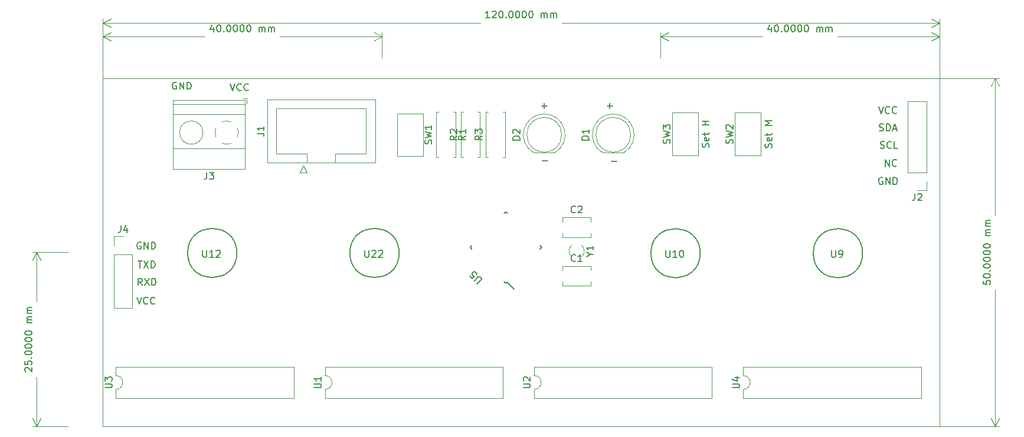
<source format=gbr>
G04 #@! TF.GenerationSoftware,KiCad,Pcbnew,6.0.0-d3dd2cf0fa~116~ubuntu20.04.1*
G04 #@! TF.CreationDate,2022-01-06T20:49:06+01:00*
G04 #@! TF.ProjectId,numitron clock,6e756d69-7472-46f6-9e20-636c6f636b2e,rev?*
G04 #@! TF.SameCoordinates,Original*
G04 #@! TF.FileFunction,Legend,Top*
G04 #@! TF.FilePolarity,Positive*
%FSLAX46Y46*%
G04 Gerber Fmt 4.6, Leading zero omitted, Abs format (unit mm)*
G04 Created by KiCad (PCBNEW 6.0.0-d3dd2cf0fa~116~ubuntu20.04.1) date 2022-01-06 20:49:06*
%MOMM*%
%LPD*%
G01*
G04 APERTURE LIST*
%ADD10C,0.150000*%
%ADD11C,0.120000*%
G04 APERTURE END LIST*
D10*
X212214285Y-92652380D02*
X212214285Y-91652380D01*
X212785714Y-92652380D01*
X212785714Y-91652380D01*
X213833333Y-92557142D02*
X213785714Y-92604761D01*
X213642857Y-92652380D01*
X213547619Y-92652380D01*
X213404761Y-92604761D01*
X213309523Y-92509523D01*
X213261904Y-92414285D01*
X213214285Y-92223809D01*
X213214285Y-92080952D01*
X213261904Y-91890476D01*
X213309523Y-91795238D01*
X213404761Y-91700000D01*
X213547619Y-91652380D01*
X213642857Y-91652380D01*
X213785714Y-91700000D01*
X213833333Y-91747619D01*
X211509523Y-90004761D02*
X211652380Y-90052380D01*
X211890476Y-90052380D01*
X211985714Y-90004761D01*
X212033333Y-89957142D01*
X212080952Y-89861904D01*
X212080952Y-89766666D01*
X212033333Y-89671428D01*
X211985714Y-89623809D01*
X211890476Y-89576190D01*
X211700000Y-89528571D01*
X211604761Y-89480952D01*
X211557142Y-89433333D01*
X211509523Y-89338095D01*
X211509523Y-89242857D01*
X211557142Y-89147619D01*
X211604761Y-89100000D01*
X211700000Y-89052380D01*
X211938095Y-89052380D01*
X212080952Y-89100000D01*
X213080952Y-89957142D02*
X213033333Y-90004761D01*
X212890476Y-90052380D01*
X212795238Y-90052380D01*
X212652380Y-90004761D01*
X212557142Y-89909523D01*
X212509523Y-89814285D01*
X212461904Y-89623809D01*
X212461904Y-89480952D01*
X212509523Y-89290476D01*
X212557142Y-89195238D01*
X212652380Y-89100000D01*
X212795238Y-89052380D01*
X212890476Y-89052380D01*
X213033333Y-89100000D01*
X213080952Y-89147619D01*
X213985714Y-90052380D02*
X213509523Y-90052380D01*
X213509523Y-89052380D01*
X211385714Y-87504761D02*
X211528571Y-87552380D01*
X211766666Y-87552380D01*
X211861904Y-87504761D01*
X211909523Y-87457142D01*
X211957142Y-87361904D01*
X211957142Y-87266666D01*
X211909523Y-87171428D01*
X211861904Y-87123809D01*
X211766666Y-87076190D01*
X211576190Y-87028571D01*
X211480952Y-86980952D01*
X211433333Y-86933333D01*
X211385714Y-86838095D01*
X211385714Y-86742857D01*
X211433333Y-86647619D01*
X211480952Y-86600000D01*
X211576190Y-86552380D01*
X211814285Y-86552380D01*
X211957142Y-86600000D01*
X212385714Y-87552380D02*
X212385714Y-86552380D01*
X212623809Y-86552380D01*
X212766666Y-86600000D01*
X212861904Y-86695238D01*
X212909523Y-86790476D01*
X212957142Y-86980952D01*
X212957142Y-87123809D01*
X212909523Y-87314285D01*
X212861904Y-87409523D01*
X212766666Y-87504761D01*
X212623809Y-87552380D01*
X212385714Y-87552380D01*
X213338095Y-87266666D02*
X213814285Y-87266666D01*
X213242857Y-87552380D02*
X213576190Y-86552380D01*
X213909523Y-87552380D01*
X211838095Y-94300000D02*
X211742857Y-94252380D01*
X211600000Y-94252380D01*
X211457142Y-94300000D01*
X211361904Y-94395238D01*
X211314285Y-94490476D01*
X211266666Y-94680952D01*
X211266666Y-94823809D01*
X211314285Y-95014285D01*
X211361904Y-95109523D01*
X211457142Y-95204761D01*
X211600000Y-95252380D01*
X211695238Y-95252380D01*
X211838095Y-95204761D01*
X211885714Y-95157142D01*
X211885714Y-94823809D01*
X211695238Y-94823809D01*
X212314285Y-95252380D02*
X212314285Y-94252380D01*
X212885714Y-95252380D01*
X212885714Y-94252380D01*
X213361904Y-95252380D02*
X213361904Y-94252380D01*
X213600000Y-94252380D01*
X213742857Y-94300000D01*
X213838095Y-94395238D01*
X213885714Y-94490476D01*
X213933333Y-94680952D01*
X213933333Y-94823809D01*
X213885714Y-95014285D01*
X213838095Y-95109523D01*
X213742857Y-95204761D01*
X213600000Y-95252380D01*
X213361904Y-95252380D01*
X211266666Y-84052380D02*
X211600000Y-85052380D01*
X211933333Y-84052380D01*
X212838095Y-84957142D02*
X212790476Y-85004761D01*
X212647619Y-85052380D01*
X212552380Y-85052380D01*
X212409523Y-85004761D01*
X212314285Y-84909523D01*
X212266666Y-84814285D01*
X212219047Y-84623809D01*
X212219047Y-84480952D01*
X212266666Y-84290476D01*
X212314285Y-84195238D01*
X212409523Y-84100000D01*
X212552380Y-84052380D01*
X212647619Y-84052380D01*
X212790476Y-84100000D01*
X212838095Y-84147619D01*
X213838095Y-84957142D02*
X213790476Y-85004761D01*
X213647619Y-85052380D01*
X213552380Y-85052380D01*
X213409523Y-85004761D01*
X213314285Y-84909523D01*
X213266666Y-84814285D01*
X213219047Y-84623809D01*
X213219047Y-84480952D01*
X213266666Y-84290476D01*
X213314285Y-84195238D01*
X213409523Y-84100000D01*
X213552380Y-84052380D01*
X213647619Y-84052380D01*
X213790476Y-84100000D01*
X213838095Y-84147619D01*
X172919047Y-91971428D02*
X173680952Y-91971428D01*
X163019047Y-91871428D02*
X163780952Y-91871428D01*
X172319047Y-83971428D02*
X173080952Y-83971428D01*
X172700000Y-84352380D02*
X172700000Y-83590476D01*
X162919047Y-83971428D02*
X163680952Y-83971428D01*
X163300000Y-84352380D02*
X163300000Y-83590476D01*
X110538095Y-80600000D02*
X110442857Y-80552380D01*
X110300000Y-80552380D01*
X110157142Y-80600000D01*
X110061904Y-80695238D01*
X110014285Y-80790476D01*
X109966666Y-80980952D01*
X109966666Y-81123809D01*
X110014285Y-81314285D01*
X110061904Y-81409523D01*
X110157142Y-81504761D01*
X110300000Y-81552380D01*
X110395238Y-81552380D01*
X110538095Y-81504761D01*
X110585714Y-81457142D01*
X110585714Y-81123809D01*
X110395238Y-81123809D01*
X111014285Y-81552380D02*
X111014285Y-80552380D01*
X111585714Y-81552380D01*
X111585714Y-80552380D01*
X112061904Y-81552380D02*
X112061904Y-80552380D01*
X112300000Y-80552380D01*
X112442857Y-80600000D01*
X112538095Y-80695238D01*
X112585714Y-80790476D01*
X112633333Y-80980952D01*
X112633333Y-81123809D01*
X112585714Y-81314285D01*
X112538095Y-81409523D01*
X112442857Y-81504761D01*
X112300000Y-81552380D01*
X112061904Y-81552380D01*
X118266666Y-80752380D02*
X118600000Y-81752380D01*
X118933333Y-80752380D01*
X119838095Y-81657142D02*
X119790476Y-81704761D01*
X119647619Y-81752380D01*
X119552380Y-81752380D01*
X119409523Y-81704761D01*
X119314285Y-81609523D01*
X119266666Y-81514285D01*
X119219047Y-81323809D01*
X119219047Y-81180952D01*
X119266666Y-80990476D01*
X119314285Y-80895238D01*
X119409523Y-80800000D01*
X119552380Y-80752380D01*
X119647619Y-80752380D01*
X119790476Y-80800000D01*
X119838095Y-80847619D01*
X120838095Y-81657142D02*
X120790476Y-81704761D01*
X120647619Y-81752380D01*
X120552380Y-81752380D01*
X120409523Y-81704761D01*
X120314285Y-81609523D01*
X120266666Y-81514285D01*
X120219047Y-81323809D01*
X120219047Y-81180952D01*
X120266666Y-80990476D01*
X120314285Y-80895238D01*
X120409523Y-80800000D01*
X120552380Y-80752380D01*
X120647619Y-80752380D01*
X120790476Y-80800000D01*
X120838095Y-80847619D01*
X105038095Y-106252380D02*
X105609523Y-106252380D01*
X105323809Y-107252380D02*
X105323809Y-106252380D01*
X105847619Y-106252380D02*
X106514285Y-107252380D01*
X106514285Y-106252380D02*
X105847619Y-107252380D01*
X106895238Y-107252380D02*
X106895238Y-106252380D01*
X107133333Y-106252380D01*
X107276190Y-106300000D01*
X107371428Y-106395238D01*
X107419047Y-106490476D01*
X107466666Y-106680952D01*
X107466666Y-106823809D01*
X107419047Y-107014285D01*
X107371428Y-107109523D01*
X107276190Y-107204761D01*
X107133333Y-107252380D01*
X106895238Y-107252380D01*
X105633333Y-109752380D02*
X105300000Y-109276190D01*
X105061904Y-109752380D02*
X105061904Y-108752380D01*
X105442857Y-108752380D01*
X105538095Y-108800000D01*
X105585714Y-108847619D01*
X105633333Y-108942857D01*
X105633333Y-109085714D01*
X105585714Y-109180952D01*
X105538095Y-109228571D01*
X105442857Y-109276190D01*
X105061904Y-109276190D01*
X105966666Y-108752380D02*
X106633333Y-109752380D01*
X106633333Y-108752380D02*
X105966666Y-109752380D01*
X107014285Y-109752380D02*
X107014285Y-108752380D01*
X107252380Y-108752380D01*
X107395238Y-108800000D01*
X107490476Y-108895238D01*
X107538095Y-108990476D01*
X107585714Y-109180952D01*
X107585714Y-109323809D01*
X107538095Y-109514285D01*
X107490476Y-109609523D01*
X107395238Y-109704761D01*
X107252380Y-109752380D01*
X107014285Y-109752380D01*
X105438095Y-103600000D02*
X105342857Y-103552380D01*
X105200000Y-103552380D01*
X105057142Y-103600000D01*
X104961904Y-103695238D01*
X104914285Y-103790476D01*
X104866666Y-103980952D01*
X104866666Y-104123809D01*
X104914285Y-104314285D01*
X104961904Y-104409523D01*
X105057142Y-104504761D01*
X105200000Y-104552380D01*
X105295238Y-104552380D01*
X105438095Y-104504761D01*
X105485714Y-104457142D01*
X105485714Y-104123809D01*
X105295238Y-104123809D01*
X105914285Y-104552380D02*
X105914285Y-103552380D01*
X106485714Y-104552380D01*
X106485714Y-103552380D01*
X106961904Y-104552380D02*
X106961904Y-103552380D01*
X107200000Y-103552380D01*
X107342857Y-103600000D01*
X107438095Y-103695238D01*
X107485714Y-103790476D01*
X107533333Y-103980952D01*
X107533333Y-104123809D01*
X107485714Y-104314285D01*
X107438095Y-104409523D01*
X107342857Y-104504761D01*
X107200000Y-104552380D01*
X106961904Y-104552380D01*
X104866666Y-111452380D02*
X105200000Y-112452380D01*
X105533333Y-111452380D01*
X106438095Y-112357142D02*
X106390476Y-112404761D01*
X106247619Y-112452380D01*
X106152380Y-112452380D01*
X106009523Y-112404761D01*
X105914285Y-112309523D01*
X105866666Y-112214285D01*
X105819047Y-112023809D01*
X105819047Y-111880952D01*
X105866666Y-111690476D01*
X105914285Y-111595238D01*
X106009523Y-111500000D01*
X106152380Y-111452380D01*
X106247619Y-111452380D01*
X106390476Y-111500000D01*
X106438095Y-111547619D01*
X107438095Y-112357142D02*
X107390476Y-112404761D01*
X107247619Y-112452380D01*
X107152380Y-112452380D01*
X107009523Y-112404761D01*
X106914285Y-112309523D01*
X106866666Y-112214285D01*
X106819047Y-112023809D01*
X106819047Y-111880952D01*
X106866666Y-111690476D01*
X106914285Y-111595238D01*
X107009523Y-111500000D01*
X107152380Y-111452380D01*
X107247619Y-111452380D01*
X107390476Y-111500000D01*
X107438095Y-111547619D01*
D11*
X100000000Y-130000000D02*
X100000000Y-80000000D01*
X100000000Y-80000000D02*
X220000000Y-80000000D01*
X220000000Y-80000000D02*
X220000000Y-130000000D01*
X220000000Y-130000000D02*
X100000000Y-130000000D01*
D10*
X115857142Y-72635714D02*
X115857142Y-73302380D01*
X115619047Y-72254761D02*
X115380952Y-72969047D01*
X116000000Y-72969047D01*
X116571428Y-72302380D02*
X116666666Y-72302380D01*
X116761904Y-72350000D01*
X116809523Y-72397619D01*
X116857142Y-72492857D01*
X116904761Y-72683333D01*
X116904761Y-72921428D01*
X116857142Y-73111904D01*
X116809523Y-73207142D01*
X116761904Y-73254761D01*
X116666666Y-73302380D01*
X116571428Y-73302380D01*
X116476190Y-73254761D01*
X116428571Y-73207142D01*
X116380952Y-73111904D01*
X116333333Y-72921428D01*
X116333333Y-72683333D01*
X116380952Y-72492857D01*
X116428571Y-72397619D01*
X116476190Y-72350000D01*
X116571428Y-72302380D01*
X117333333Y-73207142D02*
X117380952Y-73254761D01*
X117333333Y-73302380D01*
X117285714Y-73254761D01*
X117333333Y-73207142D01*
X117333333Y-73302380D01*
X118000000Y-72302380D02*
X118095238Y-72302380D01*
X118190476Y-72350000D01*
X118238095Y-72397619D01*
X118285714Y-72492857D01*
X118333333Y-72683333D01*
X118333333Y-72921428D01*
X118285714Y-73111904D01*
X118238095Y-73207142D01*
X118190476Y-73254761D01*
X118095238Y-73302380D01*
X118000000Y-73302380D01*
X117904761Y-73254761D01*
X117857142Y-73207142D01*
X117809523Y-73111904D01*
X117761904Y-72921428D01*
X117761904Y-72683333D01*
X117809523Y-72492857D01*
X117857142Y-72397619D01*
X117904761Y-72350000D01*
X118000000Y-72302380D01*
X118952380Y-72302380D02*
X119047619Y-72302380D01*
X119142857Y-72350000D01*
X119190476Y-72397619D01*
X119238095Y-72492857D01*
X119285714Y-72683333D01*
X119285714Y-72921428D01*
X119238095Y-73111904D01*
X119190476Y-73207142D01*
X119142857Y-73254761D01*
X119047619Y-73302380D01*
X118952380Y-73302380D01*
X118857142Y-73254761D01*
X118809523Y-73207142D01*
X118761904Y-73111904D01*
X118714285Y-72921428D01*
X118714285Y-72683333D01*
X118761904Y-72492857D01*
X118809523Y-72397619D01*
X118857142Y-72350000D01*
X118952380Y-72302380D01*
X119904761Y-72302380D02*
X120000000Y-72302380D01*
X120095238Y-72350000D01*
X120142857Y-72397619D01*
X120190476Y-72492857D01*
X120238095Y-72683333D01*
X120238095Y-72921428D01*
X120190476Y-73111904D01*
X120142857Y-73207142D01*
X120095238Y-73254761D01*
X120000000Y-73302380D01*
X119904761Y-73302380D01*
X119809523Y-73254761D01*
X119761904Y-73207142D01*
X119714285Y-73111904D01*
X119666666Y-72921428D01*
X119666666Y-72683333D01*
X119714285Y-72492857D01*
X119761904Y-72397619D01*
X119809523Y-72350000D01*
X119904761Y-72302380D01*
X120857142Y-72302380D02*
X120952380Y-72302380D01*
X121047619Y-72350000D01*
X121095238Y-72397619D01*
X121142857Y-72492857D01*
X121190476Y-72683333D01*
X121190476Y-72921428D01*
X121142857Y-73111904D01*
X121095238Y-73207142D01*
X121047619Y-73254761D01*
X120952380Y-73302380D01*
X120857142Y-73302380D01*
X120761904Y-73254761D01*
X120714285Y-73207142D01*
X120666666Y-73111904D01*
X120619047Y-72921428D01*
X120619047Y-72683333D01*
X120666666Y-72492857D01*
X120714285Y-72397619D01*
X120761904Y-72350000D01*
X120857142Y-72302380D01*
X122380952Y-73302380D02*
X122380952Y-72635714D01*
X122380952Y-72730952D02*
X122428571Y-72683333D01*
X122523809Y-72635714D01*
X122666666Y-72635714D01*
X122761904Y-72683333D01*
X122809523Y-72778571D01*
X122809523Y-73302380D01*
X122809523Y-72778571D02*
X122857142Y-72683333D01*
X122952380Y-72635714D01*
X123095238Y-72635714D01*
X123190476Y-72683333D01*
X123238095Y-72778571D01*
X123238095Y-73302380D01*
X123714285Y-73302380D02*
X123714285Y-72635714D01*
X123714285Y-72730952D02*
X123761904Y-72683333D01*
X123857142Y-72635714D01*
X124000000Y-72635714D01*
X124095238Y-72683333D01*
X124142857Y-72778571D01*
X124142857Y-73302380D01*
X124142857Y-72778571D02*
X124190476Y-72683333D01*
X124285714Y-72635714D01*
X124428571Y-72635714D01*
X124523809Y-72683333D01*
X124571428Y-72778571D01*
X124571428Y-73302380D01*
D11*
X140000000Y-77000000D02*
X140000000Y-73413580D01*
X100000000Y-77000000D02*
X100000000Y-73413580D01*
X140000000Y-74000000D02*
X125384524Y-74000000D01*
X114615476Y-74000000D02*
X100000000Y-74000000D01*
X140000000Y-74000000D02*
X138873496Y-73413579D01*
X140000000Y-74000000D02*
X138873496Y-74586421D01*
X100000000Y-74000000D02*
X101126504Y-74586421D01*
X100000000Y-74000000D02*
X101126504Y-73413579D01*
D10*
X195857142Y-72635714D02*
X195857142Y-73302380D01*
X195619047Y-72254761D02*
X195380952Y-72969047D01*
X196000000Y-72969047D01*
X196571428Y-72302380D02*
X196666666Y-72302380D01*
X196761904Y-72350000D01*
X196809523Y-72397619D01*
X196857142Y-72492857D01*
X196904761Y-72683333D01*
X196904761Y-72921428D01*
X196857142Y-73111904D01*
X196809523Y-73207142D01*
X196761904Y-73254761D01*
X196666666Y-73302380D01*
X196571428Y-73302380D01*
X196476190Y-73254761D01*
X196428571Y-73207142D01*
X196380952Y-73111904D01*
X196333333Y-72921428D01*
X196333333Y-72683333D01*
X196380952Y-72492857D01*
X196428571Y-72397619D01*
X196476190Y-72350000D01*
X196571428Y-72302380D01*
X197333333Y-73207142D02*
X197380952Y-73254761D01*
X197333333Y-73302380D01*
X197285714Y-73254761D01*
X197333333Y-73207142D01*
X197333333Y-73302380D01*
X198000000Y-72302380D02*
X198095238Y-72302380D01*
X198190476Y-72350000D01*
X198238095Y-72397619D01*
X198285714Y-72492857D01*
X198333333Y-72683333D01*
X198333333Y-72921428D01*
X198285714Y-73111904D01*
X198238095Y-73207142D01*
X198190476Y-73254761D01*
X198095238Y-73302380D01*
X198000000Y-73302380D01*
X197904761Y-73254761D01*
X197857142Y-73207142D01*
X197809523Y-73111904D01*
X197761904Y-72921428D01*
X197761904Y-72683333D01*
X197809523Y-72492857D01*
X197857142Y-72397619D01*
X197904761Y-72350000D01*
X198000000Y-72302380D01*
X198952380Y-72302380D02*
X199047619Y-72302380D01*
X199142857Y-72350000D01*
X199190476Y-72397619D01*
X199238095Y-72492857D01*
X199285714Y-72683333D01*
X199285714Y-72921428D01*
X199238095Y-73111904D01*
X199190476Y-73207142D01*
X199142857Y-73254761D01*
X199047619Y-73302380D01*
X198952380Y-73302380D01*
X198857142Y-73254761D01*
X198809523Y-73207142D01*
X198761904Y-73111904D01*
X198714285Y-72921428D01*
X198714285Y-72683333D01*
X198761904Y-72492857D01*
X198809523Y-72397619D01*
X198857142Y-72350000D01*
X198952380Y-72302380D01*
X199904761Y-72302380D02*
X200000000Y-72302380D01*
X200095238Y-72350000D01*
X200142857Y-72397619D01*
X200190476Y-72492857D01*
X200238095Y-72683333D01*
X200238095Y-72921428D01*
X200190476Y-73111904D01*
X200142857Y-73207142D01*
X200095238Y-73254761D01*
X200000000Y-73302380D01*
X199904761Y-73302380D01*
X199809523Y-73254761D01*
X199761904Y-73207142D01*
X199714285Y-73111904D01*
X199666666Y-72921428D01*
X199666666Y-72683333D01*
X199714285Y-72492857D01*
X199761904Y-72397619D01*
X199809523Y-72350000D01*
X199904761Y-72302380D01*
X200857142Y-72302380D02*
X200952380Y-72302380D01*
X201047619Y-72350000D01*
X201095238Y-72397619D01*
X201142857Y-72492857D01*
X201190476Y-72683333D01*
X201190476Y-72921428D01*
X201142857Y-73111904D01*
X201095238Y-73207142D01*
X201047619Y-73254761D01*
X200952380Y-73302380D01*
X200857142Y-73302380D01*
X200761904Y-73254761D01*
X200714285Y-73207142D01*
X200666666Y-73111904D01*
X200619047Y-72921428D01*
X200619047Y-72683333D01*
X200666666Y-72492857D01*
X200714285Y-72397619D01*
X200761904Y-72350000D01*
X200857142Y-72302380D01*
X202380952Y-73302380D02*
X202380952Y-72635714D01*
X202380952Y-72730952D02*
X202428571Y-72683333D01*
X202523809Y-72635714D01*
X202666666Y-72635714D01*
X202761904Y-72683333D01*
X202809523Y-72778571D01*
X202809523Y-73302380D01*
X202809523Y-72778571D02*
X202857142Y-72683333D01*
X202952380Y-72635714D01*
X203095238Y-72635714D01*
X203190476Y-72683333D01*
X203238095Y-72778571D01*
X203238095Y-73302380D01*
X203714285Y-73302380D02*
X203714285Y-72635714D01*
X203714285Y-72730952D02*
X203761904Y-72683333D01*
X203857142Y-72635714D01*
X204000000Y-72635714D01*
X204095238Y-72683333D01*
X204142857Y-72778571D01*
X204142857Y-73302380D01*
X204142857Y-72778571D02*
X204190476Y-72683333D01*
X204285714Y-72635714D01*
X204428571Y-72635714D01*
X204523809Y-72683333D01*
X204571428Y-72778571D01*
X204571428Y-73302380D01*
D11*
X180000000Y-77000000D02*
X180000000Y-73413580D01*
X220000000Y-77000000D02*
X220000000Y-73413580D01*
X180000000Y-74000000D02*
X194615476Y-74000000D01*
X205384524Y-74000000D02*
X220000000Y-74000000D01*
X180000000Y-74000000D02*
X181126504Y-74586421D01*
X180000000Y-74000000D02*
X181126504Y-73413579D01*
X220000000Y-74000000D02*
X218873496Y-73413579D01*
X220000000Y-74000000D02*
X218873496Y-74586421D01*
D10*
X88897619Y-122119047D02*
X88850000Y-122071428D01*
X88802380Y-121976190D01*
X88802380Y-121738095D01*
X88850000Y-121642857D01*
X88897619Y-121595238D01*
X88992857Y-121547619D01*
X89088095Y-121547619D01*
X89230952Y-121595238D01*
X89802380Y-122166666D01*
X89802380Y-121547619D01*
X88802380Y-120642857D02*
X88802380Y-121119047D01*
X89278571Y-121166666D01*
X89230952Y-121119047D01*
X89183333Y-121023809D01*
X89183333Y-120785714D01*
X89230952Y-120690476D01*
X89278571Y-120642857D01*
X89373809Y-120595238D01*
X89611904Y-120595238D01*
X89707142Y-120642857D01*
X89754761Y-120690476D01*
X89802380Y-120785714D01*
X89802380Y-121023809D01*
X89754761Y-121119047D01*
X89707142Y-121166666D01*
X89707142Y-120166666D02*
X89754761Y-120119047D01*
X89802380Y-120166666D01*
X89754761Y-120214285D01*
X89707142Y-120166666D01*
X89802380Y-120166666D01*
X88802380Y-119500000D02*
X88802380Y-119404761D01*
X88850000Y-119309523D01*
X88897619Y-119261904D01*
X88992857Y-119214285D01*
X89183333Y-119166666D01*
X89421428Y-119166666D01*
X89611904Y-119214285D01*
X89707142Y-119261904D01*
X89754761Y-119309523D01*
X89802380Y-119404761D01*
X89802380Y-119500000D01*
X89754761Y-119595238D01*
X89707142Y-119642857D01*
X89611904Y-119690476D01*
X89421428Y-119738095D01*
X89183333Y-119738095D01*
X88992857Y-119690476D01*
X88897619Y-119642857D01*
X88850000Y-119595238D01*
X88802380Y-119500000D01*
X88802380Y-118547619D02*
X88802380Y-118452380D01*
X88850000Y-118357142D01*
X88897619Y-118309523D01*
X88992857Y-118261904D01*
X89183333Y-118214285D01*
X89421428Y-118214285D01*
X89611904Y-118261904D01*
X89707142Y-118309523D01*
X89754761Y-118357142D01*
X89802380Y-118452380D01*
X89802380Y-118547619D01*
X89754761Y-118642857D01*
X89707142Y-118690476D01*
X89611904Y-118738095D01*
X89421428Y-118785714D01*
X89183333Y-118785714D01*
X88992857Y-118738095D01*
X88897619Y-118690476D01*
X88850000Y-118642857D01*
X88802380Y-118547619D01*
X88802380Y-117595238D02*
X88802380Y-117500000D01*
X88850000Y-117404761D01*
X88897619Y-117357142D01*
X88992857Y-117309523D01*
X89183333Y-117261904D01*
X89421428Y-117261904D01*
X89611904Y-117309523D01*
X89707142Y-117357142D01*
X89754761Y-117404761D01*
X89802380Y-117500000D01*
X89802380Y-117595238D01*
X89754761Y-117690476D01*
X89707142Y-117738095D01*
X89611904Y-117785714D01*
X89421428Y-117833333D01*
X89183333Y-117833333D01*
X88992857Y-117785714D01*
X88897619Y-117738095D01*
X88850000Y-117690476D01*
X88802380Y-117595238D01*
X88802380Y-116642857D02*
X88802380Y-116547619D01*
X88850000Y-116452380D01*
X88897619Y-116404761D01*
X88992857Y-116357142D01*
X89183333Y-116309523D01*
X89421428Y-116309523D01*
X89611904Y-116357142D01*
X89707142Y-116404761D01*
X89754761Y-116452380D01*
X89802380Y-116547619D01*
X89802380Y-116642857D01*
X89754761Y-116738095D01*
X89707142Y-116785714D01*
X89611904Y-116833333D01*
X89421428Y-116880952D01*
X89183333Y-116880952D01*
X88992857Y-116833333D01*
X88897619Y-116785714D01*
X88850000Y-116738095D01*
X88802380Y-116642857D01*
X89802380Y-115119047D02*
X89135714Y-115119047D01*
X89230952Y-115119047D02*
X89183333Y-115071428D01*
X89135714Y-114976190D01*
X89135714Y-114833333D01*
X89183333Y-114738095D01*
X89278571Y-114690476D01*
X89802380Y-114690476D01*
X89278571Y-114690476D02*
X89183333Y-114642857D01*
X89135714Y-114547619D01*
X89135714Y-114404761D01*
X89183333Y-114309523D01*
X89278571Y-114261904D01*
X89802380Y-114261904D01*
X89802380Y-113785714D02*
X89135714Y-113785714D01*
X89230952Y-113785714D02*
X89183333Y-113738095D01*
X89135714Y-113642857D01*
X89135714Y-113500000D01*
X89183333Y-113404761D01*
X89278571Y-113357142D01*
X89802380Y-113357142D01*
X89278571Y-113357142D02*
X89183333Y-113309523D01*
X89135714Y-113214285D01*
X89135714Y-113071428D01*
X89183333Y-112976190D01*
X89278571Y-112928571D01*
X89802380Y-112928571D01*
D11*
X95000000Y-105000000D02*
X89913580Y-105000000D01*
X95000000Y-130000000D02*
X89913580Y-130000000D01*
X90500000Y-105000000D02*
X90500000Y-112115476D01*
X90500000Y-122884524D02*
X90500000Y-130000000D01*
X90500000Y-105000000D02*
X89913579Y-106126504D01*
X90500000Y-105000000D02*
X91086421Y-106126504D01*
X90500000Y-130000000D02*
X91086421Y-128873496D01*
X90500000Y-130000000D02*
X89913579Y-128873496D01*
D10*
X155476190Y-71302380D02*
X154904761Y-71302380D01*
X155190476Y-71302380D02*
X155190476Y-70302380D01*
X155095238Y-70445238D01*
X155000000Y-70540476D01*
X154904761Y-70588095D01*
X155857142Y-70397619D02*
X155904761Y-70350000D01*
X156000000Y-70302380D01*
X156238095Y-70302380D01*
X156333333Y-70350000D01*
X156380952Y-70397619D01*
X156428571Y-70492857D01*
X156428571Y-70588095D01*
X156380952Y-70730952D01*
X155809523Y-71302380D01*
X156428571Y-71302380D01*
X157047619Y-70302380D02*
X157142857Y-70302380D01*
X157238095Y-70350000D01*
X157285714Y-70397619D01*
X157333333Y-70492857D01*
X157380952Y-70683333D01*
X157380952Y-70921428D01*
X157333333Y-71111904D01*
X157285714Y-71207142D01*
X157238095Y-71254761D01*
X157142857Y-71302380D01*
X157047619Y-71302380D01*
X156952380Y-71254761D01*
X156904761Y-71207142D01*
X156857142Y-71111904D01*
X156809523Y-70921428D01*
X156809523Y-70683333D01*
X156857142Y-70492857D01*
X156904761Y-70397619D01*
X156952380Y-70350000D01*
X157047619Y-70302380D01*
X157809523Y-71207142D02*
X157857142Y-71254761D01*
X157809523Y-71302380D01*
X157761904Y-71254761D01*
X157809523Y-71207142D01*
X157809523Y-71302380D01*
X158476190Y-70302380D02*
X158571428Y-70302380D01*
X158666666Y-70350000D01*
X158714285Y-70397619D01*
X158761904Y-70492857D01*
X158809523Y-70683333D01*
X158809523Y-70921428D01*
X158761904Y-71111904D01*
X158714285Y-71207142D01*
X158666666Y-71254761D01*
X158571428Y-71302380D01*
X158476190Y-71302380D01*
X158380952Y-71254761D01*
X158333333Y-71207142D01*
X158285714Y-71111904D01*
X158238095Y-70921428D01*
X158238095Y-70683333D01*
X158285714Y-70492857D01*
X158333333Y-70397619D01*
X158380952Y-70350000D01*
X158476190Y-70302380D01*
X159428571Y-70302380D02*
X159523809Y-70302380D01*
X159619047Y-70350000D01*
X159666666Y-70397619D01*
X159714285Y-70492857D01*
X159761904Y-70683333D01*
X159761904Y-70921428D01*
X159714285Y-71111904D01*
X159666666Y-71207142D01*
X159619047Y-71254761D01*
X159523809Y-71302380D01*
X159428571Y-71302380D01*
X159333333Y-71254761D01*
X159285714Y-71207142D01*
X159238095Y-71111904D01*
X159190476Y-70921428D01*
X159190476Y-70683333D01*
X159238095Y-70492857D01*
X159285714Y-70397619D01*
X159333333Y-70350000D01*
X159428571Y-70302380D01*
X160380952Y-70302380D02*
X160476190Y-70302380D01*
X160571428Y-70350000D01*
X160619047Y-70397619D01*
X160666666Y-70492857D01*
X160714285Y-70683333D01*
X160714285Y-70921428D01*
X160666666Y-71111904D01*
X160619047Y-71207142D01*
X160571428Y-71254761D01*
X160476190Y-71302380D01*
X160380952Y-71302380D01*
X160285714Y-71254761D01*
X160238095Y-71207142D01*
X160190476Y-71111904D01*
X160142857Y-70921428D01*
X160142857Y-70683333D01*
X160190476Y-70492857D01*
X160238095Y-70397619D01*
X160285714Y-70350000D01*
X160380952Y-70302380D01*
X161333333Y-70302380D02*
X161428571Y-70302380D01*
X161523809Y-70350000D01*
X161571428Y-70397619D01*
X161619047Y-70492857D01*
X161666666Y-70683333D01*
X161666666Y-70921428D01*
X161619047Y-71111904D01*
X161571428Y-71207142D01*
X161523809Y-71254761D01*
X161428571Y-71302380D01*
X161333333Y-71302380D01*
X161238095Y-71254761D01*
X161190476Y-71207142D01*
X161142857Y-71111904D01*
X161095238Y-70921428D01*
X161095238Y-70683333D01*
X161142857Y-70492857D01*
X161190476Y-70397619D01*
X161238095Y-70350000D01*
X161333333Y-70302380D01*
X162857142Y-71302380D02*
X162857142Y-70635714D01*
X162857142Y-70730952D02*
X162904761Y-70683333D01*
X163000000Y-70635714D01*
X163142857Y-70635714D01*
X163238095Y-70683333D01*
X163285714Y-70778571D01*
X163285714Y-71302380D01*
X163285714Y-70778571D02*
X163333333Y-70683333D01*
X163428571Y-70635714D01*
X163571428Y-70635714D01*
X163666666Y-70683333D01*
X163714285Y-70778571D01*
X163714285Y-71302380D01*
X164190476Y-71302380D02*
X164190476Y-70635714D01*
X164190476Y-70730952D02*
X164238095Y-70683333D01*
X164333333Y-70635714D01*
X164476190Y-70635714D01*
X164571428Y-70683333D01*
X164619047Y-70778571D01*
X164619047Y-71302380D01*
X164619047Y-70778571D02*
X164666666Y-70683333D01*
X164761904Y-70635714D01*
X164904761Y-70635714D01*
X165000000Y-70683333D01*
X165047619Y-70778571D01*
X165047619Y-71302380D01*
D11*
X220000000Y-80000000D02*
X220000000Y-71413580D01*
X100000000Y-80000000D02*
X100000000Y-71413580D01*
X220000000Y-72000000D02*
X165860715Y-72000000D01*
X154139286Y-72000000D02*
X100000000Y-72000000D01*
X220000000Y-72000000D02*
X218873496Y-71413579D01*
X220000000Y-72000000D02*
X218873496Y-72586421D01*
X100000000Y-72000000D02*
X101126504Y-72586421D01*
X100000000Y-72000000D02*
X101126504Y-71413579D01*
D10*
X226302380Y-109095238D02*
X226302380Y-109571428D01*
X226778571Y-109619047D01*
X226730952Y-109571428D01*
X226683333Y-109476190D01*
X226683333Y-109238095D01*
X226730952Y-109142857D01*
X226778571Y-109095238D01*
X226873809Y-109047619D01*
X227111904Y-109047619D01*
X227207142Y-109095238D01*
X227254761Y-109142857D01*
X227302380Y-109238095D01*
X227302380Y-109476190D01*
X227254761Y-109571428D01*
X227207142Y-109619047D01*
X226302380Y-108428571D02*
X226302380Y-108333333D01*
X226350000Y-108238095D01*
X226397619Y-108190476D01*
X226492857Y-108142857D01*
X226683333Y-108095238D01*
X226921428Y-108095238D01*
X227111904Y-108142857D01*
X227207142Y-108190476D01*
X227254761Y-108238095D01*
X227302380Y-108333333D01*
X227302380Y-108428571D01*
X227254761Y-108523809D01*
X227207142Y-108571428D01*
X227111904Y-108619047D01*
X226921428Y-108666666D01*
X226683333Y-108666666D01*
X226492857Y-108619047D01*
X226397619Y-108571428D01*
X226350000Y-108523809D01*
X226302380Y-108428571D01*
X227207142Y-107666666D02*
X227254761Y-107619047D01*
X227302380Y-107666666D01*
X227254761Y-107714285D01*
X227207142Y-107666666D01*
X227302380Y-107666666D01*
X226302380Y-107000000D02*
X226302380Y-106904761D01*
X226350000Y-106809523D01*
X226397619Y-106761904D01*
X226492857Y-106714285D01*
X226683333Y-106666666D01*
X226921428Y-106666666D01*
X227111904Y-106714285D01*
X227207142Y-106761904D01*
X227254761Y-106809523D01*
X227302380Y-106904761D01*
X227302380Y-107000000D01*
X227254761Y-107095238D01*
X227207142Y-107142857D01*
X227111904Y-107190476D01*
X226921428Y-107238095D01*
X226683333Y-107238095D01*
X226492857Y-107190476D01*
X226397619Y-107142857D01*
X226350000Y-107095238D01*
X226302380Y-107000000D01*
X226302380Y-106047619D02*
X226302380Y-105952380D01*
X226350000Y-105857142D01*
X226397619Y-105809523D01*
X226492857Y-105761904D01*
X226683333Y-105714285D01*
X226921428Y-105714285D01*
X227111904Y-105761904D01*
X227207142Y-105809523D01*
X227254761Y-105857142D01*
X227302380Y-105952380D01*
X227302380Y-106047619D01*
X227254761Y-106142857D01*
X227207142Y-106190476D01*
X227111904Y-106238095D01*
X226921428Y-106285714D01*
X226683333Y-106285714D01*
X226492857Y-106238095D01*
X226397619Y-106190476D01*
X226350000Y-106142857D01*
X226302380Y-106047619D01*
X226302380Y-105095238D02*
X226302380Y-105000000D01*
X226350000Y-104904761D01*
X226397619Y-104857142D01*
X226492857Y-104809523D01*
X226683333Y-104761904D01*
X226921428Y-104761904D01*
X227111904Y-104809523D01*
X227207142Y-104857142D01*
X227254761Y-104904761D01*
X227302380Y-105000000D01*
X227302380Y-105095238D01*
X227254761Y-105190476D01*
X227207142Y-105238095D01*
X227111904Y-105285714D01*
X226921428Y-105333333D01*
X226683333Y-105333333D01*
X226492857Y-105285714D01*
X226397619Y-105238095D01*
X226350000Y-105190476D01*
X226302380Y-105095238D01*
X226302380Y-104142857D02*
X226302380Y-104047619D01*
X226350000Y-103952380D01*
X226397619Y-103904761D01*
X226492857Y-103857142D01*
X226683333Y-103809523D01*
X226921428Y-103809523D01*
X227111904Y-103857142D01*
X227207142Y-103904761D01*
X227254761Y-103952380D01*
X227302380Y-104047619D01*
X227302380Y-104142857D01*
X227254761Y-104238095D01*
X227207142Y-104285714D01*
X227111904Y-104333333D01*
X226921428Y-104380952D01*
X226683333Y-104380952D01*
X226492857Y-104333333D01*
X226397619Y-104285714D01*
X226350000Y-104238095D01*
X226302380Y-104142857D01*
X227302380Y-102619047D02*
X226635714Y-102619047D01*
X226730952Y-102619047D02*
X226683333Y-102571428D01*
X226635714Y-102476190D01*
X226635714Y-102333333D01*
X226683333Y-102238095D01*
X226778571Y-102190476D01*
X227302380Y-102190476D01*
X226778571Y-102190476D02*
X226683333Y-102142857D01*
X226635714Y-102047619D01*
X226635714Y-101904761D01*
X226683333Y-101809523D01*
X226778571Y-101761904D01*
X227302380Y-101761904D01*
X227302380Y-101285714D02*
X226635714Y-101285714D01*
X226730952Y-101285714D02*
X226683333Y-101238095D01*
X226635714Y-101142857D01*
X226635714Y-101000000D01*
X226683333Y-100904761D01*
X226778571Y-100857142D01*
X227302380Y-100857142D01*
X226778571Y-100857142D02*
X226683333Y-100809523D01*
X226635714Y-100714285D01*
X226635714Y-100571428D01*
X226683333Y-100476190D01*
X226778571Y-100428571D01*
X227302380Y-100428571D01*
D11*
X220000000Y-130000000D02*
X228586420Y-130000000D01*
X220000000Y-80000000D02*
X228586420Y-80000000D01*
X228000000Y-130000000D02*
X228000000Y-110384524D01*
X228000000Y-99615476D02*
X228000000Y-80000000D01*
X228000000Y-130000000D02*
X228586421Y-128873496D01*
X228000000Y-130000000D02*
X227413579Y-128873496D01*
X228000000Y-80000000D02*
X227413579Y-81126504D01*
X228000000Y-80000000D02*
X228586421Y-81126504D01*
D10*
X147104761Y-89433333D02*
X147152380Y-89290476D01*
X147152380Y-89052380D01*
X147104761Y-88957142D01*
X147057142Y-88909523D01*
X146961904Y-88861904D01*
X146866666Y-88861904D01*
X146771428Y-88909523D01*
X146723809Y-88957142D01*
X146676190Y-89052380D01*
X146628571Y-89242857D01*
X146580952Y-89338095D01*
X146533333Y-89385714D01*
X146438095Y-89433333D01*
X146342857Y-89433333D01*
X146247619Y-89385714D01*
X146200000Y-89338095D01*
X146152380Y-89242857D01*
X146152380Y-89004761D01*
X146200000Y-88861904D01*
X146152380Y-88528571D02*
X147152380Y-88290476D01*
X146438095Y-88100000D01*
X147152380Y-87909523D01*
X146152380Y-87671428D01*
X147152380Y-86766666D02*
X147152380Y-87338095D01*
X147152380Y-87052380D02*
X146152380Y-87052380D01*
X146295238Y-87147619D01*
X146390476Y-87242857D01*
X146438095Y-87338095D01*
X190304761Y-89333333D02*
X190352380Y-89190476D01*
X190352380Y-88952380D01*
X190304761Y-88857142D01*
X190257142Y-88809523D01*
X190161904Y-88761904D01*
X190066666Y-88761904D01*
X189971428Y-88809523D01*
X189923809Y-88857142D01*
X189876190Y-88952380D01*
X189828571Y-89142857D01*
X189780952Y-89238095D01*
X189733333Y-89285714D01*
X189638095Y-89333333D01*
X189542857Y-89333333D01*
X189447619Y-89285714D01*
X189400000Y-89238095D01*
X189352380Y-89142857D01*
X189352380Y-88904761D01*
X189400000Y-88761904D01*
X189352380Y-88428571D02*
X190352380Y-88190476D01*
X189638095Y-88000000D01*
X190352380Y-87809523D01*
X189352380Y-87571428D01*
X189447619Y-87238095D02*
X189400000Y-87190476D01*
X189352380Y-87095238D01*
X189352380Y-86857142D01*
X189400000Y-86761904D01*
X189447619Y-86714285D01*
X189542857Y-86666666D01*
X189638095Y-86666666D01*
X189780952Y-86714285D01*
X190352380Y-87285714D01*
X190352380Y-86666666D01*
X195904761Y-89952380D02*
X195952380Y-89809523D01*
X195952380Y-89571428D01*
X195904761Y-89476190D01*
X195857142Y-89428571D01*
X195761904Y-89380952D01*
X195666666Y-89380952D01*
X195571428Y-89428571D01*
X195523809Y-89476190D01*
X195476190Y-89571428D01*
X195428571Y-89761904D01*
X195380952Y-89857142D01*
X195333333Y-89904761D01*
X195238095Y-89952380D01*
X195142857Y-89952380D01*
X195047619Y-89904761D01*
X195000000Y-89857142D01*
X194952380Y-89761904D01*
X194952380Y-89523809D01*
X195000000Y-89380952D01*
X195904761Y-88571428D02*
X195952380Y-88666666D01*
X195952380Y-88857142D01*
X195904761Y-88952380D01*
X195809523Y-89000000D01*
X195428571Y-89000000D01*
X195333333Y-88952380D01*
X195285714Y-88857142D01*
X195285714Y-88666666D01*
X195333333Y-88571428D01*
X195428571Y-88523809D01*
X195523809Y-88523809D01*
X195619047Y-89000000D01*
X195285714Y-88238095D02*
X195285714Y-87857142D01*
X194952380Y-88095238D02*
X195809523Y-88095238D01*
X195904761Y-88047619D01*
X195952380Y-87952380D01*
X195952380Y-87857142D01*
X195952380Y-86761904D02*
X194952380Y-86761904D01*
X195666666Y-86428571D01*
X194952380Y-86095238D01*
X195952380Y-86095238D01*
X181304761Y-89333333D02*
X181352380Y-89190476D01*
X181352380Y-88952380D01*
X181304761Y-88857142D01*
X181257142Y-88809523D01*
X181161904Y-88761904D01*
X181066666Y-88761904D01*
X180971428Y-88809523D01*
X180923809Y-88857142D01*
X180876190Y-88952380D01*
X180828571Y-89142857D01*
X180780952Y-89238095D01*
X180733333Y-89285714D01*
X180638095Y-89333333D01*
X180542857Y-89333333D01*
X180447619Y-89285714D01*
X180400000Y-89238095D01*
X180352380Y-89142857D01*
X180352380Y-88904761D01*
X180400000Y-88761904D01*
X180352380Y-88428571D02*
X181352380Y-88190476D01*
X180638095Y-88000000D01*
X181352380Y-87809523D01*
X180352380Y-87571428D01*
X180352380Y-87285714D02*
X180352380Y-86666666D01*
X180733333Y-87000000D01*
X180733333Y-86857142D01*
X180780952Y-86761904D01*
X180828571Y-86714285D01*
X180923809Y-86666666D01*
X181161904Y-86666666D01*
X181257142Y-86714285D01*
X181304761Y-86761904D01*
X181352380Y-86857142D01*
X181352380Y-87142857D01*
X181304761Y-87238095D01*
X181257142Y-87285714D01*
X186904761Y-89904761D02*
X186952380Y-89761904D01*
X186952380Y-89523809D01*
X186904761Y-89428571D01*
X186857142Y-89380952D01*
X186761904Y-89333333D01*
X186666666Y-89333333D01*
X186571428Y-89380952D01*
X186523809Y-89428571D01*
X186476190Y-89523809D01*
X186428571Y-89714285D01*
X186380952Y-89809523D01*
X186333333Y-89857142D01*
X186238095Y-89904761D01*
X186142857Y-89904761D01*
X186047619Y-89857142D01*
X186000000Y-89809523D01*
X185952380Y-89714285D01*
X185952380Y-89476190D01*
X186000000Y-89333333D01*
X186904761Y-88523809D02*
X186952380Y-88619047D01*
X186952380Y-88809523D01*
X186904761Y-88904761D01*
X186809523Y-88952380D01*
X186428571Y-88952380D01*
X186333333Y-88904761D01*
X186285714Y-88809523D01*
X186285714Y-88619047D01*
X186333333Y-88523809D01*
X186428571Y-88476190D01*
X186523809Y-88476190D01*
X186619047Y-88952380D01*
X186285714Y-88190476D02*
X186285714Y-87809523D01*
X185952380Y-88047619D02*
X186809523Y-88047619D01*
X186904761Y-88000000D01*
X186952380Y-87904761D01*
X186952380Y-87809523D01*
X186952380Y-86714285D02*
X185952380Y-86714285D01*
X186428571Y-86714285D02*
X186428571Y-86142857D01*
X186952380Y-86142857D02*
X185952380Y-86142857D01*
X102566666Y-101147380D02*
X102566666Y-101861666D01*
X102519047Y-102004523D01*
X102423809Y-102099761D01*
X102280952Y-102147380D01*
X102185714Y-102147380D01*
X103471428Y-101480714D02*
X103471428Y-102147380D01*
X103233333Y-101099761D02*
X102995238Y-101814047D01*
X103614285Y-101814047D01*
X216466666Y-96557380D02*
X216466666Y-97271666D01*
X216419047Y-97414523D01*
X216323809Y-97509761D01*
X216180952Y-97557380D01*
X216085714Y-97557380D01*
X216895238Y-96652619D02*
X216942857Y-96605000D01*
X217038095Y-96557380D01*
X217276190Y-96557380D01*
X217371428Y-96605000D01*
X217419047Y-96652619D01*
X217466666Y-96747857D01*
X217466666Y-96843095D01*
X217419047Y-96985952D01*
X216847619Y-97557380D01*
X217466666Y-97557380D01*
X169692380Y-88843095D02*
X168692380Y-88843095D01*
X168692380Y-88605000D01*
X168740000Y-88462142D01*
X168835238Y-88366904D01*
X168930476Y-88319285D01*
X169120952Y-88271666D01*
X169263809Y-88271666D01*
X169454285Y-88319285D01*
X169549523Y-88366904D01*
X169644761Y-88462142D01*
X169692380Y-88605000D01*
X169692380Y-88843095D01*
X169692380Y-87319285D02*
X169692380Y-87890714D01*
X169692380Y-87605000D02*
X168692380Y-87605000D01*
X168835238Y-87700238D01*
X168930476Y-87795476D01*
X168978095Y-87890714D01*
X159792380Y-88843095D02*
X158792380Y-88843095D01*
X158792380Y-88605000D01*
X158840000Y-88462142D01*
X158935238Y-88366904D01*
X159030476Y-88319285D01*
X159220952Y-88271666D01*
X159363809Y-88271666D01*
X159554285Y-88319285D01*
X159649523Y-88366904D01*
X159744761Y-88462142D01*
X159792380Y-88605000D01*
X159792380Y-88843095D01*
X158887619Y-87890714D02*
X158840000Y-87843095D01*
X158792380Y-87747857D01*
X158792380Y-87509761D01*
X158840000Y-87414523D01*
X158887619Y-87366904D01*
X158982857Y-87319285D01*
X159078095Y-87319285D01*
X159220952Y-87366904D01*
X159792380Y-87938333D01*
X159792380Y-87319285D01*
X154382380Y-88266666D02*
X153906190Y-88600000D01*
X154382380Y-88838095D02*
X153382380Y-88838095D01*
X153382380Y-88457142D01*
X153430000Y-88361904D01*
X153477619Y-88314285D01*
X153572857Y-88266666D01*
X153715714Y-88266666D01*
X153810952Y-88314285D01*
X153858571Y-88361904D01*
X153906190Y-88457142D01*
X153906190Y-88838095D01*
X153382380Y-87933333D02*
X153382380Y-87314285D01*
X153763333Y-87647619D01*
X153763333Y-87504761D01*
X153810952Y-87409523D01*
X153858571Y-87361904D01*
X153953809Y-87314285D01*
X154191904Y-87314285D01*
X154287142Y-87361904D01*
X154334761Y-87409523D01*
X154382380Y-87504761D01*
X154382380Y-87790476D01*
X154334761Y-87885714D01*
X154287142Y-87933333D01*
X169871190Y-105291190D02*
X170347380Y-105291190D01*
X169347380Y-105624523D02*
X169871190Y-105291190D01*
X169347380Y-104957857D01*
X170347380Y-104100714D02*
X170347380Y-104672142D01*
X170347380Y-104386428D02*
X169347380Y-104386428D01*
X169490238Y-104481666D01*
X169585476Y-104576904D01*
X169633095Y-104672142D01*
X153673526Y-109503969D02*
X154245946Y-108931549D01*
X154279618Y-108830534D01*
X154279618Y-108763190D01*
X154245946Y-108662175D01*
X154111259Y-108527488D01*
X154010244Y-108493816D01*
X153942900Y-108493816D01*
X153841885Y-108527488D01*
X153269465Y-109099908D01*
X152596030Y-108426473D02*
X152932748Y-108763190D01*
X153303137Y-108460144D01*
X153235794Y-108460144D01*
X153134778Y-108426473D01*
X152966420Y-108258114D01*
X152932748Y-108157099D01*
X152932748Y-108089755D01*
X152966420Y-107988740D01*
X153134778Y-107820381D01*
X153235794Y-107786709D01*
X153303137Y-107786709D01*
X153404152Y-107820381D01*
X153572511Y-107988740D01*
X153606183Y-108089755D01*
X153606183Y-108157099D01*
X114871666Y-93507380D02*
X114871666Y-94221666D01*
X114824047Y-94364523D01*
X114728809Y-94459761D01*
X114585952Y-94507380D01*
X114490714Y-94507380D01*
X115252619Y-93507380D02*
X115871666Y-93507380D01*
X115538333Y-93888333D01*
X115681190Y-93888333D01*
X115776428Y-93935952D01*
X115824047Y-93983571D01*
X115871666Y-94078809D01*
X115871666Y-94316904D01*
X115824047Y-94412142D01*
X115776428Y-94459761D01*
X115681190Y-94507380D01*
X115395476Y-94507380D01*
X115300238Y-94459761D01*
X115252619Y-94412142D01*
X150787380Y-88266666D02*
X150311190Y-88600000D01*
X150787380Y-88838095D02*
X149787380Y-88838095D01*
X149787380Y-88457142D01*
X149835000Y-88361904D01*
X149882619Y-88314285D01*
X149977857Y-88266666D01*
X150120714Y-88266666D01*
X150215952Y-88314285D01*
X150263571Y-88361904D01*
X150311190Y-88457142D01*
X150311190Y-88838095D01*
X149882619Y-87885714D02*
X149835000Y-87838095D01*
X149787380Y-87742857D01*
X149787380Y-87504761D01*
X149835000Y-87409523D01*
X149882619Y-87361904D01*
X149977857Y-87314285D01*
X150073095Y-87314285D01*
X150215952Y-87361904D01*
X150787380Y-87933333D01*
X150787380Y-87314285D01*
X204538095Y-104727380D02*
X204538095Y-105536904D01*
X204585714Y-105632142D01*
X204633333Y-105679761D01*
X204728571Y-105727380D01*
X204919047Y-105727380D01*
X205014285Y-105679761D01*
X205061904Y-105632142D01*
X205109523Y-105536904D01*
X205109523Y-104727380D01*
X205633333Y-105727380D02*
X205823809Y-105727380D01*
X205919047Y-105679761D01*
X205966666Y-105632142D01*
X206061904Y-105489285D01*
X206109523Y-105298809D01*
X206109523Y-104917857D01*
X206061904Y-104822619D01*
X206014285Y-104775000D01*
X205919047Y-104727380D01*
X205728571Y-104727380D01*
X205633333Y-104775000D01*
X205585714Y-104822619D01*
X205538095Y-104917857D01*
X205538095Y-105155952D01*
X205585714Y-105251190D01*
X205633333Y-105298809D01*
X205728571Y-105346428D01*
X205919047Y-105346428D01*
X206014285Y-105298809D01*
X206061904Y-105251190D01*
X206109523Y-105155952D01*
X180761904Y-104727380D02*
X180761904Y-105536904D01*
X180809523Y-105632142D01*
X180857142Y-105679761D01*
X180952380Y-105727380D01*
X181142857Y-105727380D01*
X181238095Y-105679761D01*
X181285714Y-105632142D01*
X181333333Y-105536904D01*
X181333333Y-104727380D01*
X182333333Y-105727380D02*
X181761904Y-105727380D01*
X182047619Y-105727380D02*
X182047619Y-104727380D01*
X181952380Y-104870238D01*
X181857142Y-104965476D01*
X181761904Y-105013095D01*
X182952380Y-104727380D02*
X183047619Y-104727380D01*
X183142857Y-104775000D01*
X183190476Y-104822619D01*
X183238095Y-104917857D01*
X183285714Y-105108333D01*
X183285714Y-105346428D01*
X183238095Y-105536904D01*
X183190476Y-105632142D01*
X183142857Y-105679761D01*
X183047619Y-105727380D01*
X182952380Y-105727380D01*
X182857142Y-105679761D01*
X182809523Y-105632142D01*
X182761904Y-105536904D01*
X182714285Y-105346428D01*
X182714285Y-105108333D01*
X182761904Y-104917857D01*
X182809523Y-104822619D01*
X182857142Y-104775000D01*
X182952380Y-104727380D01*
X114301904Y-104692380D02*
X114301904Y-105501904D01*
X114349523Y-105597142D01*
X114397142Y-105644761D01*
X114492380Y-105692380D01*
X114682857Y-105692380D01*
X114778095Y-105644761D01*
X114825714Y-105597142D01*
X114873333Y-105501904D01*
X114873333Y-104692380D01*
X115873333Y-105692380D02*
X115301904Y-105692380D01*
X115587619Y-105692380D02*
X115587619Y-104692380D01*
X115492380Y-104835238D01*
X115397142Y-104930476D01*
X115301904Y-104978095D01*
X116254285Y-104787619D02*
X116301904Y-104740000D01*
X116397142Y-104692380D01*
X116635238Y-104692380D01*
X116730476Y-104740000D01*
X116778095Y-104787619D01*
X116825714Y-104882857D01*
X116825714Y-104978095D01*
X116778095Y-105120952D01*
X116206666Y-105692380D01*
X116825714Y-105692380D01*
X137581904Y-104692380D02*
X137581904Y-105501904D01*
X137629523Y-105597142D01*
X137677142Y-105644761D01*
X137772380Y-105692380D01*
X137962857Y-105692380D01*
X138058095Y-105644761D01*
X138105714Y-105597142D01*
X138153333Y-105501904D01*
X138153333Y-104692380D01*
X138581904Y-104787619D02*
X138629523Y-104740000D01*
X138724761Y-104692380D01*
X138962857Y-104692380D01*
X139058095Y-104740000D01*
X139105714Y-104787619D01*
X139153333Y-104882857D01*
X139153333Y-104978095D01*
X139105714Y-105120952D01*
X138534285Y-105692380D01*
X139153333Y-105692380D01*
X139534285Y-104787619D02*
X139581904Y-104740000D01*
X139677142Y-104692380D01*
X139915238Y-104692380D01*
X140010476Y-104740000D01*
X140058095Y-104787619D01*
X140105714Y-104882857D01*
X140105714Y-104978095D01*
X140058095Y-105120952D01*
X139486666Y-105692380D01*
X140105714Y-105692380D01*
X167778333Y-106217142D02*
X167730714Y-106264761D01*
X167587857Y-106312380D01*
X167492619Y-106312380D01*
X167349761Y-106264761D01*
X167254523Y-106169523D01*
X167206904Y-106074285D01*
X167159285Y-105883809D01*
X167159285Y-105740952D01*
X167206904Y-105550476D01*
X167254523Y-105455238D01*
X167349761Y-105360000D01*
X167492619Y-105312380D01*
X167587857Y-105312380D01*
X167730714Y-105360000D01*
X167778333Y-105407619D01*
X168730714Y-106312380D02*
X168159285Y-106312380D01*
X168445000Y-106312380D02*
X168445000Y-105312380D01*
X168349761Y-105455238D01*
X168254523Y-105550476D01*
X168159285Y-105598095D01*
X167778333Y-99232142D02*
X167730714Y-99279761D01*
X167587857Y-99327380D01*
X167492619Y-99327380D01*
X167349761Y-99279761D01*
X167254523Y-99184523D01*
X167206904Y-99089285D01*
X167159285Y-98898809D01*
X167159285Y-98755952D01*
X167206904Y-98565476D01*
X167254523Y-98470238D01*
X167349761Y-98375000D01*
X167492619Y-98327380D01*
X167587857Y-98327380D01*
X167730714Y-98375000D01*
X167778333Y-98422619D01*
X168159285Y-98422619D02*
X168206904Y-98375000D01*
X168302142Y-98327380D01*
X168540238Y-98327380D01*
X168635476Y-98375000D01*
X168683095Y-98422619D01*
X168730714Y-98517857D01*
X168730714Y-98613095D01*
X168683095Y-98755952D01*
X168111666Y-99327380D01*
X168730714Y-99327380D01*
X122107380Y-87915833D02*
X122821666Y-87915833D01*
X122964523Y-87963452D01*
X123059761Y-88058690D01*
X123107380Y-88201547D01*
X123107380Y-88296785D01*
X123107380Y-86915833D02*
X123107380Y-87487261D01*
X123107380Y-87201547D02*
X122107380Y-87201547D01*
X122250238Y-87296785D01*
X122345476Y-87392023D01*
X122393095Y-87487261D01*
X160297380Y-124476904D02*
X161106904Y-124476904D01*
X161202142Y-124429285D01*
X161249761Y-124381666D01*
X161297380Y-124286428D01*
X161297380Y-124095952D01*
X161249761Y-124000714D01*
X161202142Y-123953095D01*
X161106904Y-123905476D01*
X160297380Y-123905476D01*
X160392619Y-123476904D02*
X160345000Y-123429285D01*
X160297380Y-123334047D01*
X160297380Y-123095952D01*
X160345000Y-123000714D01*
X160392619Y-122953095D01*
X160487857Y-122905476D01*
X160583095Y-122905476D01*
X160725952Y-122953095D01*
X161297380Y-123524523D01*
X161297380Y-122905476D01*
X152002380Y-88266666D02*
X151526190Y-88600000D01*
X152002380Y-88838095D02*
X151002380Y-88838095D01*
X151002380Y-88457142D01*
X151050000Y-88361904D01*
X151097619Y-88314285D01*
X151192857Y-88266666D01*
X151335714Y-88266666D01*
X151430952Y-88314285D01*
X151478571Y-88361904D01*
X151526190Y-88457142D01*
X151526190Y-88838095D01*
X152002380Y-87314285D02*
X152002380Y-87885714D01*
X152002380Y-87600000D02*
X151002380Y-87600000D01*
X151145238Y-87695238D01*
X151240476Y-87790476D01*
X151288095Y-87885714D01*
X130297380Y-124476904D02*
X131106904Y-124476904D01*
X131202142Y-124429285D01*
X131249761Y-124381666D01*
X131297380Y-124286428D01*
X131297380Y-124095952D01*
X131249761Y-124000714D01*
X131202142Y-123953095D01*
X131106904Y-123905476D01*
X130297380Y-123905476D01*
X131297380Y-122905476D02*
X131297380Y-123476904D01*
X131297380Y-123191190D02*
X130297380Y-123191190D01*
X130440238Y-123286428D01*
X130535476Y-123381666D01*
X130583095Y-123476904D01*
X100297380Y-124476904D02*
X101106904Y-124476904D01*
X101202142Y-124429285D01*
X101249761Y-124381666D01*
X101297380Y-124286428D01*
X101297380Y-124095952D01*
X101249761Y-124000714D01*
X101202142Y-123953095D01*
X101106904Y-123905476D01*
X100297380Y-123905476D01*
X100297380Y-123524523D02*
X100297380Y-122905476D01*
X100678333Y-123238809D01*
X100678333Y-123095952D01*
X100725952Y-123000714D01*
X100773571Y-122953095D01*
X100868809Y-122905476D01*
X101106904Y-122905476D01*
X101202142Y-122953095D01*
X101249761Y-123000714D01*
X101297380Y-123095952D01*
X101297380Y-123381666D01*
X101249761Y-123476904D01*
X101202142Y-123524523D01*
X190297380Y-124476904D02*
X191106904Y-124476904D01*
X191202142Y-124429285D01*
X191249761Y-124381666D01*
X191297380Y-124286428D01*
X191297380Y-124095952D01*
X191249761Y-124000714D01*
X191202142Y-123953095D01*
X191106904Y-123905476D01*
X190297380Y-123905476D01*
X190630714Y-123000714D02*
X191297380Y-123000714D01*
X190249761Y-123238809D02*
X190964047Y-123476904D01*
X190964047Y-122857857D01*
D11*
X145950000Y-85040000D02*
X145950000Y-91160000D01*
X145950000Y-91160000D02*
X142250000Y-91160000D01*
X142250000Y-91160000D02*
X142250000Y-85040000D01*
X142250000Y-85040000D02*
X145950000Y-85040000D01*
X190650000Y-91060000D02*
X190650000Y-84940000D01*
X190650000Y-84940000D02*
X194350000Y-84940000D01*
X194350000Y-84940000D02*
X194350000Y-91060000D01*
X194350000Y-91060000D02*
X190650000Y-91060000D01*
X181650000Y-91060000D02*
X181650000Y-84940000D01*
X181650000Y-84940000D02*
X185350000Y-84940000D01*
X185350000Y-84940000D02*
X185350000Y-91060000D01*
X185350000Y-91060000D02*
X181650000Y-91060000D01*
X101570000Y-112975000D02*
X104230000Y-112975000D01*
X101570000Y-105295000D02*
X101570000Y-112975000D01*
X104230000Y-105295000D02*
X104230000Y-112975000D01*
X101570000Y-105295000D02*
X104230000Y-105295000D01*
X101570000Y-104025000D02*
X101570000Y-102695000D01*
X101570000Y-102695000D02*
X102900000Y-102695000D01*
X218130000Y-96105000D02*
X216800000Y-96105000D01*
X218130000Y-94775000D02*
X218130000Y-96105000D01*
X218130000Y-93505000D02*
X215470000Y-93505000D01*
X215470000Y-93505000D02*
X215470000Y-83285000D01*
X218130000Y-93505000D02*
X218130000Y-83285000D01*
X218130000Y-83285000D02*
X215470000Y-83285000D01*
X173200462Y-85115000D02*
G75*
G03*
X171655170Y-90665000I-462J-2990000D01*
G01*
X174744830Y-90665000D02*
G75*
G03*
X173199538Y-85115000I-1544830J2560000D01*
G01*
X175700000Y-88105000D02*
G75*
G03*
X175700000Y-88105000I-2500000J0D01*
G01*
X171655000Y-90665000D02*
X174745000Y-90665000D01*
X163300462Y-85115000D02*
G75*
G03*
X161755170Y-90665000I-462J-2990000D01*
G01*
X164844830Y-90665000D02*
G75*
G03*
X163299538Y-85115000I-1544830J2560000D01*
G01*
X165800000Y-88105000D02*
G75*
G03*
X165800000Y-88105000I-2500000J0D01*
G01*
X161755000Y-90665000D02*
X164845000Y-90665000D01*
X155260000Y-91370000D02*
X154930000Y-91370000D01*
X154930000Y-91370000D02*
X154930000Y-84830000D01*
X154930000Y-84830000D02*
X155260000Y-84830000D01*
X157340000Y-91370000D02*
X157670000Y-91370000D01*
X157670000Y-91370000D02*
X157670000Y-84830000D01*
X157670000Y-84830000D02*
X157340000Y-84830000D01*
X168644333Y-105665549D02*
G75*
G03*
X168645000Y-103965000I-699333J850549D01*
G01*
X167245000Y-103965000D02*
G75*
G03*
X167245667Y-105665549I700000J-850000D01*
G01*
D10*
X157959099Y-109267425D02*
X158966726Y-110275052D01*
X152673476Y-104300000D02*
X152903286Y-104529810D01*
X157800000Y-99173476D02*
X158029810Y-99403286D01*
X162926524Y-104300000D02*
X162696714Y-104070190D01*
X157800000Y-109426524D02*
X157570190Y-109196714D01*
X162926524Y-104300000D02*
X162696714Y-104529810D01*
X157800000Y-99173476D02*
X157570190Y-99403286D01*
X152673476Y-104300000D02*
X152903286Y-104070190D01*
X157800000Y-109426524D02*
X157959099Y-109267425D01*
D11*
X117745000Y-86115000D02*
G75*
G03*
X117061682Y-86260244I0J-1680000D01*
G01*
X116209999Y-87111000D02*
G75*
G03*
X116209573Y-88478042I1535001J-684000D01*
G01*
X117061000Y-89330001D02*
G75*
G03*
X118428042Y-89330427I684000J1535001D01*
G01*
X119280001Y-88479000D02*
G75*
G03*
X119280427Y-87111958I-1535001J684000D01*
G01*
X118429000Y-86260000D02*
G75*
G03*
X117716195Y-86114747I-684000J-1535000D01*
G01*
X114345000Y-87795000D02*
G75*
G03*
X114345000Y-87795000I-1680000J0D01*
G01*
X120345000Y-83695000D02*
X110065000Y-83695000D01*
X120345000Y-85195000D02*
X110065000Y-85195000D01*
X120345000Y-90096000D02*
X110065000Y-90096000D01*
X120345000Y-93056000D02*
X110065000Y-93056000D01*
X120345000Y-83135000D02*
X110065000Y-83135000D01*
X120345000Y-93056000D02*
X120345000Y-83135000D01*
X110065000Y-93056000D02*
X110065000Y-83135000D01*
X111390000Y-88864000D02*
X111437000Y-88818000D01*
X113699000Y-86556000D02*
X113734000Y-86521000D01*
X111595000Y-89070000D02*
X111630000Y-89034000D01*
X113892000Y-86772000D02*
X113939000Y-86726000D01*
X120585000Y-83635000D02*
X120585000Y-82895000D01*
X120585000Y-82895000D02*
X120085000Y-82895000D01*
X151665000Y-91370000D02*
X151335000Y-91370000D01*
X151335000Y-91370000D02*
X151335000Y-84830000D01*
X151335000Y-84830000D02*
X151665000Y-84830000D01*
X153745000Y-91370000D02*
X154075000Y-91370000D01*
X154075000Y-91370000D02*
X154075000Y-84830000D01*
X154075000Y-84830000D02*
X153745000Y-84830000D01*
D10*
X208971067Y-105135000D02*
G75*
G03*
X208971067Y-105135000I-3535534J0D01*
G01*
X185671067Y-105135000D02*
G75*
G03*
X185671067Y-105135000I-3535534J0D01*
G01*
X119211067Y-105100000D02*
G75*
G03*
X119211067Y-105100000I-3535534J0D01*
G01*
X142491067Y-105100000D02*
G75*
G03*
X142491067Y-105100000I-3535534J0D01*
G01*
D11*
X165925000Y-106990000D02*
X169965000Y-106990000D01*
X165925000Y-109830000D02*
X169965000Y-109830000D01*
X165925000Y-106990000D02*
X165925000Y-107615000D01*
X165925000Y-109205000D02*
X165925000Y-109830000D01*
X169965000Y-106990000D02*
X169965000Y-107615000D01*
X169965000Y-109205000D02*
X169965000Y-109830000D01*
X165925000Y-100005000D02*
X169965000Y-100005000D01*
X165925000Y-102845000D02*
X169965000Y-102845000D01*
X165925000Y-100005000D02*
X165925000Y-100630000D01*
X165925000Y-102220000D02*
X165925000Y-102845000D01*
X169965000Y-100005000D02*
X169965000Y-100630000D01*
X169965000Y-102220000D02*
X169965000Y-102845000D01*
X123545000Y-92142500D02*
X123545000Y-83022500D01*
X123545000Y-83022500D02*
X139045000Y-83022500D01*
X139045000Y-83022500D02*
X139045000Y-92142500D01*
X139045000Y-92142500D02*
X123545000Y-92142500D01*
X129245000Y-92142500D02*
X129245000Y-90832500D01*
X129245000Y-90832500D02*
X124845000Y-90832500D01*
X124845000Y-90832500D02*
X124845000Y-84332500D01*
X124845000Y-84332500D02*
X137745000Y-84332500D01*
X137745000Y-84332500D02*
X137745000Y-90832500D01*
X137745000Y-90832500D02*
X133345000Y-90832500D01*
X133345000Y-90832500D02*
X133345000Y-90832500D01*
X133345000Y-90832500D02*
X133345000Y-92142500D01*
X128755000Y-92532500D02*
X128255000Y-93532500D01*
X128255000Y-93532500D02*
X129255000Y-93532500D01*
X129255000Y-93532500D02*
X128755000Y-92532500D01*
X161845000Y-124715000D02*
G75*
G03*
X161845000Y-122715000I0J1000000D01*
G01*
X161845000Y-124715000D02*
X161845000Y-125965000D01*
X161845000Y-125965000D02*
X187365000Y-125965000D01*
X187365000Y-125965000D02*
X187365000Y-121465000D01*
X187365000Y-121465000D02*
X161845000Y-121465000D01*
X161845000Y-121465000D02*
X161845000Y-122715000D01*
X147810000Y-91370000D02*
X148140000Y-91370000D01*
X147810000Y-84830000D02*
X147810000Y-91370000D01*
X148140000Y-84830000D02*
X147810000Y-84830000D01*
X150550000Y-91370000D02*
X150220000Y-91370000D01*
X150550000Y-84830000D02*
X150550000Y-91370000D01*
X150220000Y-84830000D02*
X150550000Y-84830000D01*
X157365000Y-125965000D02*
X157365000Y-121465000D01*
X157365000Y-121465000D02*
X131845000Y-121465000D01*
X131845000Y-121465000D02*
X131845000Y-122715000D01*
X131845000Y-125965000D02*
X157365000Y-125965000D01*
X131845000Y-124715000D02*
X131845000Y-125965000D01*
X131845000Y-124715000D02*
G75*
G03*
X131845000Y-122715000I0J1000000D01*
G01*
X127365000Y-125965000D02*
X127365000Y-121465000D01*
X101845000Y-121465000D02*
X101845000Y-122715000D01*
X101845000Y-124715000D02*
X101845000Y-125965000D01*
X101845000Y-125965000D02*
X127365000Y-125965000D01*
X127365000Y-121465000D02*
X101845000Y-121465000D01*
X101845000Y-124715000D02*
G75*
G03*
X101845000Y-122715000I0J1000000D01*
G01*
X217365000Y-125965000D02*
X217365000Y-121465000D01*
X191845000Y-121465000D02*
X191845000Y-122715000D01*
X191845000Y-124715000D02*
X191845000Y-125965000D01*
X191845000Y-125965000D02*
X217365000Y-125965000D01*
X217365000Y-121465000D02*
X191845000Y-121465000D01*
X191845000Y-124715000D02*
G75*
G03*
X191845000Y-122715000I0J1000000D01*
G01*
M02*

</source>
